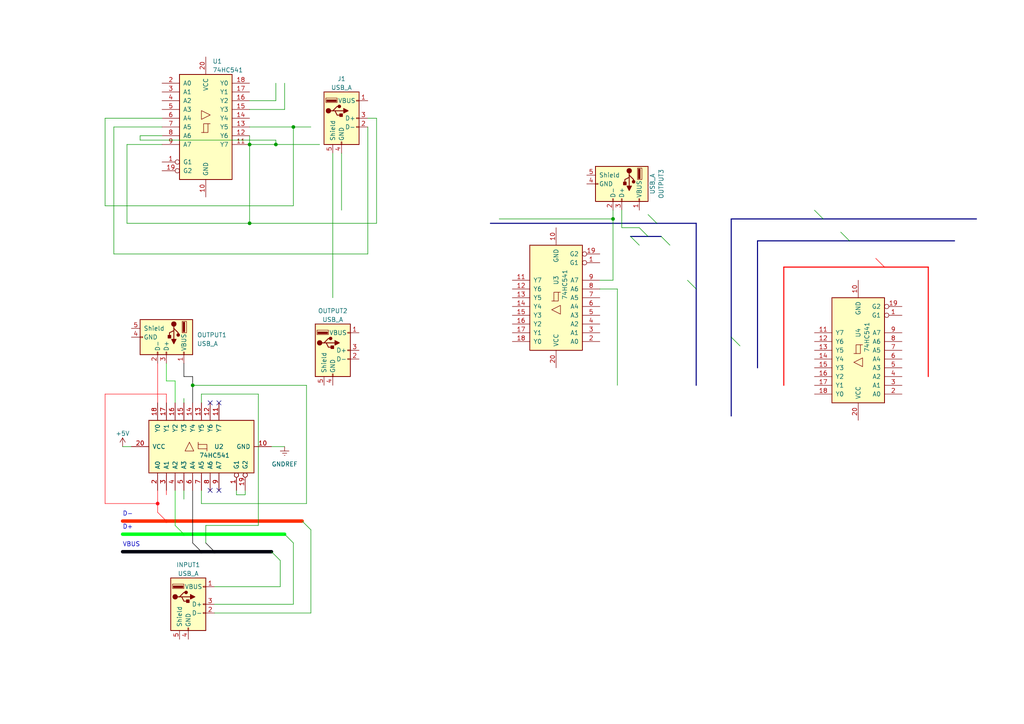
<source format=kicad_sch>
(kicad_sch (version 20230121) (generator eeschema)
  (paper "A4")
  (lib_symbols
    (symbol "74xx:74HCT541" (pin_names (offset 1.016))
      (property "Reference" "U" (at -7.62 16.51 0))
      (property "Value" "74HCT541" (at -7.62 -16.51 0))
      (symbol "74HCT541_1_0"
        (polyline (pts (xy -0.635 -1.6002) (xy -0.635 0.9398) (xy 0.635 0.9398)))
        (polyline (pts (xy -1.27 -1.6002) (xy 0.635 -1.6002) (xy 0.635 0.9398) (xy 1.27 0.9398)))
        (polyline (pts (xy 1.27 3.4798) (xy -1.27 4.7498) (xy -1.27 2.2098) (xy 1.27 3.4798)) (stroke (width 0.1524)))
        (pin input inverted (at -12.7 -10.16 0) (length 5.08) (name "G1") (number "1"))
        (pin power_in line (at 0 -20.32 90) (length 5.08) (name "GND") (number "10"))
        (pin tri_state line (at 12.7 -5.08 180) (length 5.08) (name "Y7") (number "11"))
        (pin tri_state line (at 12.7 -2.54 180) (length 5.08) (name "Y6") (number "12"))
        (pin tri_state line (at 12.7 0 180) (length 5.08) (name "Y5") (number "13"))
        (pin tri_state line (at 12.7 2.54 180) (length 5.08) (name "Y4") (number "14"))
        (pin tri_state line (at 12.7 5.08 180) (length 5.08) (name "Y3") (number "15"))
        (pin tri_state line (at 12.7 7.62 180) (length 5.08) (name "Y2") (number "16"))
        (pin tri_state line (at 12.7 10.16 180) (length 5.08) (name "Y1") (number "17"))
        (pin tri_state line (at 12.7 12.7 180) (length 5.08) (name "Y0") (number "18"))
        (pin input inverted (at -12.7 -12.7 0) (length 5.08) (name "G2") (number "19"))
        (pin input line (at -12.7 12.7 0) (length 5.08) (name "A0") (number "2"))
        (pin power_in line (at 0 20.32 270) (length 5.08) (name "VCC") (number "20"))
        (pin input line (at -12.7 10.16 0) (length 5.08) (name "A1") (number "3"))
        (pin input line (at -12.7 7.62 0) (length 5.08) (name "A2") (number "4"))
        (pin input line (at -12.7 5.08 0) (length 5.08) (name "A3") (number "5"))
        (pin input line (at -12.7 2.54 0) (length 5.08) (name "A4") (number "6"))
        (pin input line (at -12.7 0 0) (length 5.08) (name "A5") (number "7"))
        (pin input line (at -12.7 -2.54 0) (length 5.08) (name "A6") (number "8"))
        (pin input line (at -12.7 -5.08 0) (length 5.08) (name "A7") (number "9"))
      )
      (symbol "74HCT541_1_1"
        (rectangle (start -7.62 15.24) (end 7.62 -15.24) (stroke (width 0.254)) (fill (type background)))
      )
    )
    (symbol "Connector:USB_A" (pin_names (offset 1.016))
      (property "Reference" "J" (at -5.08 11.43 0))
      (property "Value" "USB_A" (at -5.08 8.89 0))
      (symbol "USB_A_0_1"
        (rectangle (start -5.08 -7.62) (end 5.08 7.62) (stroke (width 0.254)) (fill (type background)))
        (circle (center -3.81 2.159) (radius 0.635) (stroke (width 0.254)) (fill (type outline)))
        (rectangle (start -1.524 4.826) (end -4.318 5.334) (fill (type outline)))
        (rectangle (start -1.27 4.572) (end -4.572 5.842))
        (circle (center -0.635 3.429) (radius 0.381) (stroke (width 0.254)) (fill (type outline)))
        (rectangle (start -0.127 -7.62) (end 0.127 -6.858))
        (polyline (pts (xy -3.175 2.159) (xy -2.54 2.159) (xy -1.27 3.429) (xy -0.635 3.429)) (stroke (width 0.254)))
        (polyline (pts (xy -2.54 2.159) (xy -1.905 2.159) (xy -1.27 0.889) (xy 0 0.889)) (stroke (width 0.254)))
        (polyline (pts (xy 0.635 2.794) (xy 0.635 1.524) (xy 1.905 2.159) (xy 0.635 2.794)) (stroke (width 0.254)) (fill (type outline)))
        (rectangle (start 0.254 1.27) (end -0.508 0.508) (stroke (width 0.254)) (fill (type outline)))
        (rectangle (start 5.08 -2.667) (end 4.318 -2.413))
        (rectangle (start 5.08 -0.127) (end 4.318 0.127))
        (rectangle (start 5.08 4.953) (end 4.318 5.207))
      )
      (symbol "USB_A_1_1"
        (polyline (pts (xy -1.905 2.159) (xy 0.635 2.159)) (stroke (width 0.254)))
        (pin power_in line (at 7.62 5.08 180) (length 2.54) (name "VBUS") (number "1"))
        (pin bidirectional line (at 7.62 -2.54 180) (length 2.54) (name "D-") (number "2"))
        (pin bidirectional line (at 7.62 0 180) (length 2.54) (name "D+") (number "3"))
        (pin power_in line (at 0 -10.16 90) (length 2.54) (name "GND") (number "4"))
        (pin passive line (at -2.54 -10.16 90) (length 2.54) (name "Shield") (number "5"))
      )
    )
    (symbol "power:+5V" (power) (pin_names (offset 0))
      (property "Value" "+5V" (at 0 3.556 0))
      (symbol "+5V_0_1"
        (polyline (pts (xy -0.762 1.27) (xy 0 2.54)))
        (polyline (pts (xy 0 0) (xy 0 2.54)))
        (polyline (pts (xy 0 2.54) (xy 0.762 1.27)))
      )
      (symbol "+5V_1_1"
        (pin power_in line (at 0 0 90) (length 0) hide (name "+5V") (number "1"))
      )
    )
    (symbol "power:GNDREF" (power) (pin_names (offset 0))
      (property "Value" "GNDREF" (at 0 -3.81 0))
      (symbol "GNDREF_0_1"
        (polyline (pts (xy -0.635 -1.905) (xy 0.635 -1.905)))
        (polyline (pts (xy -0.127 -2.54) (xy 0.127 -2.54)))
        (polyline (pts (xy 0 -1.27) (xy 0 0)))
        (polyline (pts (xy 1.27 -1.27) (xy -1.27 -1.27)))
      )
      (symbol "GNDREF_1_1"
        (pin power_in line (at 0 0 270) (length 0) hide (name "GNDREF") (number "1"))
      )
    )
  )
  (junction (at 177.8 63.5))
  (junction (at 45.72 146.05) (color 255 12 21 1))
  (junction (at 72.39 64.77))
  (junction (at 80.01 41.91))
  (junction (at 85.09 36.83))
  (junction (at 72.39 41.91))
  (junction (at 55.88 111.76))
  (no_connect (at 63.5 116.84))
  (no_connect (at 60.96 116.84))
  (no_connect (at 63.5 142.24))
  (no_connect (at 60.96 142.24))
  (bus_entry (at 182.88 68.58) (size 2.54 2.54))
  (bus_entry (at 236.22 60.96) (size 2.54 2.54))
  (bus_entry (at 254 74.93) (size 2.54 2.54) (stroke (width 0) (color 255 0 0 1)))
  (bus_entry (at 191.77 68.58) (size 2.54 2.54))
  (bus_entry (at 187.96 62.23) (size 2.54 2.54))
  (bus_entry (at 59.69 157.48) (size 2.54 2.54) (stroke (width 0) (color 0 0 0 1)))
  (bus_entry (at 243.84 67.31) (size 2.54 2.54))
  (bus_entry (at 50.8 152.4) (size 2.54 2.54) (stroke (width 0) (color 0 194 0 1)))
  (bus_entry (at 185.42 66.04) (size 2.54 2.54))
  (bus_entry (at 45.72 148.59) (size 2.54 2.54) (stroke (width 0) (color 255 12 21 1)))
  (bus_entry (at 212.09 97.79) (size 2.54 2.54))
  (bus_entry (at 199.39 81.28) (size 2.54 2.54))
  (bus_entry (at 82.55 154.94) (size 2.54 2.54))
  (bus_entry (at 55.88 157.48) (size 2.54 2.54) (stroke (width 0) (color 0 0 0 1)))
  (bus_entry (at 87.63 151.13) (size 2.54 2.54))
  (bus_entry (at 78.74 160.02) (size 2.54 2.54))
  (bus (pts (xy 35.56 151.13) (xy 48.26 151.13)) (stroke (width 1) (color 255 39 0 1)))
  (wire (pts (xy 177.8 63.5) (xy 177.8 81.28)))
  (bus (pts (xy 246.38 69.85) (xy 219.71 69.85)))
  (wire (pts (xy 48.26 142.24) (xy 48.26 143.51)) (stroke (width 0) (color 255 12 21 1)))
  (wire (pts (xy 53.34 109.22) (xy 55.88 109.22)) (stroke (width 0) (color 0 0 0 1)))
  (wire (pts (xy 45.72 146.05) (xy 45.72 148.59)) (stroke (width 0) (color 255 12 21 1)))
  (wire (pts (xy 81.28 170.18) (xy 81.28 162.56)))
  (wire (pts (xy 80.01 29.21) (xy 72.39 29.21)))
  (wire (pts (xy 106.68 34.29) (xy 109.22 34.29)))
  (wire (pts (xy 177.8 60.96) (xy 177.8 63.5)))
  (bus (pts (xy 212.09 63.5) (xy 212.09 97.79)))
  (wire (pts (xy 53.34 116.84) (xy 53.34 115.57)))
  (wire (pts (xy 71.12 143.51) (xy 71.12 142.24)))
  (bus (pts (xy 269.24 77.47) (xy 269.24 109.22)) (stroke (width 0) (color 255 0 0 1)))
  (bus (pts (xy 283.21 63.5) (xy 238.76 63.5)))
  (wire (pts (xy 179.07 111.76) (xy 179.07 83.82)))
  (wire (pts (xy 58.42 146.05) (xy 58.42 142.24)))
  (bus (pts (xy 201.93 83.82) (xy 201.93 64.77)))
  (bus (pts (xy 269.24 77.47) (xy 256.54 77.47)) (stroke (width 0) (color 255 0 0 1)))
  (wire (pts (xy 53.34 105.41) (xy 53.34 109.22)) (stroke (width 0) (color 0 0 0 1)))
  (wire (pts (xy 33.02 36.83) (xy 46.99 36.83)))
  (wire (pts (xy 180.34 66.04) (xy 185.42 66.04)))
  (wire (pts (xy 40.64 40.64) (xy 40.64 39.37)))
  (wire (pts (xy 74.93 152.4) (xy 59.69 152.4)))
  (wire (pts (xy 33.02 73.66) (xy 33.02 36.83)))
  (wire (pts (xy 30.48 34.29) (xy 46.99 34.29)))
  (wire (pts (xy 62.23 175.26) (xy 85.09 175.26)))
  (wire (pts (xy 96.52 44.45) (xy 96.52 86.36)))
  (bus (pts (xy 227.33 77.47) (xy 227.33 111.76)) (stroke (width 0) (color 255 0 0 1)))
  (wire (pts (xy 36.83 41.91) (xy 46.99 41.91)))
  (bus (pts (xy 58.42 160.02) (xy 62.23 160.02)) (stroke (width 1) (color 1 3 13 1)))
  (wire (pts (xy 99.06 60.96) (xy 99.06 44.45)))
  (wire (pts (xy 55.88 157.48) (xy 55.88 142.24)) (stroke (width 0) (color 0 0 0 1)))
  (wire (pts (xy 55.88 109.22) (xy 55.88 111.76)) (stroke (width 0) (color 0 0 0 1)))
  (wire (pts (xy 80.01 41.91) (xy 92.71 41.91)))
  (wire (pts (xy 62.23 170.18) (xy 81.28 170.18)))
  (wire (pts (xy 53.34 144.78) (xy 53.34 142.24)))
  (wire (pts (xy 55.88 111.76) (xy 55.88 116.84)) (stroke (width 0) (color 0 0 0 1)))
  (wire (pts (xy 30.48 146.05) (xy 45.72 146.05)) (stroke (width 0) (color 255 12 21 1)))
  (wire (pts (xy 180.34 60.96) (xy 180.34 66.04)))
  (wire (pts (xy 85.09 36.83) (xy 85.09 59.69)))
  (wire (pts (xy 144.78 63.5) (xy 177.8 63.5)))
  (wire (pts (xy 55.88 111.76) (xy 88.9 111.76)))
  (wire (pts (xy 68.58 142.24) (xy 68.58 143.51)))
  (bus (pts (xy 201.93 64.77) (xy 190.5 64.77)))
  (wire (pts (xy 30.48 59.69) (xy 30.48 34.29)))
  (wire (pts (xy 109.22 64.77) (xy 72.39 64.77)))
  (wire (pts (xy 106.68 73.66) (xy 33.02 73.66)))
  (bus (pts (xy 238.76 63.5) (xy 212.09 63.5)))
  (bus (pts (xy 62.23 160.02) (xy 78.74 160.02)) (stroke (width 1) (color 1 3 13 1)))
  (wire (pts (xy 72.39 41.91) (xy 72.39 64.77)))
  (wire (pts (xy 68.58 143.51) (xy 71.12 143.51)))
  (wire (pts (xy 177.8 81.28) (xy 173.99 81.28)))
  (bus (pts (xy 53.34 154.94) (xy 82.55 154.94)) (stroke (width 1) (color 0 255 25 1)))
  (wire (pts (xy 36.83 64.77) (xy 36.83 41.91)))
  (wire (pts (xy 59.69 152.4) (xy 59.69 157.48)))
  (wire (pts (xy 80.01 24.13) (xy 80.01 29.21)))
  (wire (pts (xy 85.09 175.26) (xy 85.09 157.48)))
  (wire (pts (xy 88.9 111.76) (xy 88.9 146.05)))
  (wire (pts (xy 74.93 114.3) (xy 74.93 152.4)))
  (wire (pts (xy 85.09 36.83) (xy 90.17 36.83)))
  (wire (pts (xy 45.72 105.41) (xy 45.72 116.84)) (stroke (width 0) (color 255 12 21 1)))
  (wire (pts (xy 88.9 146.05) (xy 58.42 146.05)))
  (wire (pts (xy 30.48 114.3) (xy 30.48 146.05)) (stroke (width 0) (color 255 12 21 1)))
  (bus (pts (xy 182.88 68.58) (xy 187.96 68.58)))
  (wire (pts (xy 82.55 24.13) (xy 82.55 31.75)))
  (wire (pts (xy 48.26 114.3) (xy 30.48 114.3)) (stroke (width 0) (color 255 12 21 1)))
  (wire (pts (xy 85.09 59.69) (xy 30.48 59.69)))
  (wire (pts (xy 109.22 34.29) (xy 109.22 64.77)))
  (bus (pts (xy 190.5 64.77) (xy 142.24 64.77)))
  (wire (pts (xy 72.39 64.77) (xy 36.83 64.77)))
  (wire (pts (xy 80.01 41.91) (xy 80.01 40.64)))
  (wire (pts (xy 40.64 39.37) (xy 46.99 39.37)))
  (wire (pts (xy 50.8 142.24) (xy 50.8 152.4)) (stroke (width 0) (color 0 194 0 1)))
  (wire (pts (xy 50.8 110.49) (xy 50.8 116.84)) (stroke (width 0) (color 0 194 0 1)))
  (bus (pts (xy 35.56 160.02) (xy 58.42 160.02)) (stroke (width 1) (color 1 3 13 1)))
  (bus (pts (xy 212.09 97.79) (xy 212.09 120.65)))
  (wire (pts (xy 58.42 116.84) (xy 58.42 114.3)))
  (wire (pts (xy 62.23 177.8) (xy 90.17 177.8)))
  (wire (pts (xy 90.17 177.8) (xy 90.17 153.67)))
  (wire (pts (xy 58.42 114.3) (xy 74.93 114.3)))
  (bus (pts (xy 187.96 68.58) (xy 191.77 68.58)))
  (wire (pts (xy 35.56 129.54) (xy 38.1 129.54)))
  (bus (pts (xy 201.93 111.76) (xy 201.93 83.82)))
  (wire (pts (xy 82.55 31.75) (xy 72.39 31.75)))
  (bus (pts (xy 256.54 77.47) (xy 227.33 77.47)) (stroke (width 0) (color 255 0 0 1)))
  (wire (pts (xy 173.99 83.82) (xy 179.07 83.82)))
  (wire (pts (xy 45.72 142.24) (xy 45.72 146.05)) (stroke (width 0) (color 255 12 21 1)))
  (wire (pts (xy 48.26 116.84) (xy 48.26 114.3)) (stroke (width 0) (color 255 12 21 1)))
  (wire (pts (xy 72.39 39.37) (xy 72.39 41.91)))
  (wire (pts (xy 78.74 129.54) (xy 82.55 129.54)))
  (bus (pts (xy 48.26 151.13) (xy 87.63 151.13)) (stroke (width 1) (color 255 39 0 1)))
  (bus (pts (xy 219.71 69.85) (xy 219.71 106.68)))
  (bus (pts (xy 35.56 154.94) (xy 53.34 154.94)) (stroke (width 1) (color 0 255 25 1)))
  (wire (pts (xy 72.39 41.91) (xy 80.01 41.91)))
  (bus (pts (xy 276.86 69.85) (xy 246.38 69.85)))
  (wire (pts (xy 106.68 36.83) (xy 106.68 73.66)))
  (wire (pts (xy 48.26 105.41) (xy 48.26 110.49)) (stroke (width 0) (color 0 194 0 1)))
  (wire (pts (xy 48.26 110.49) (xy 50.8 110.49)) (stroke (width 0) (color 0 194 0 1)))
  (wire (pts (xy 80.01 40.64) (xy 40.64 40.64)))
  (wire (pts (xy 72.39 36.83) (xy 85.09 36.83)))
  (text "D-" (at 35.56 149.86 0) (effects (font (size 1.27 1.27)) (justify left bottom)))
  (text "D+" (at 35.56 153.67 0) (effects (font (size 1.27 1.27)) (justify left bottom)))
  (text "VBUS" (at 35.56 158.75 0) (effects (font (size 1.27 1.27)) (justify left bottom)))
  (symbol (lib_id "74xx:74HCT541") (at 58.42 129.54 90) (unit 1)
    (property "Reference" "U2" (at 63.5 129.54 90))
    (property "Value" "74HC541" (at 62.23 132.08 90))
    (property "Footprint" "Package_DIP:DIP-20_W7.62mm" (effects hide))
    (property "Datasheet" "http://www.ti.com/lit/gpn/sn74HCT541" (effects hide))
    (instances (project "KVM Project" (path "" (reference "U2") (unit 1)) (path "" (reference "U1") (unit 1))))
  )
  (symbol (lib_id "power:+5V") (at 35.56 129.54 0) (unit 1)
    (property "Reference" "#PWR03" (effects hide))
    (property "Value" "+5V" (at 35.56 125.73 0))
    (instances (project "KVM Project" (path "" (reference "#PWR03") (unit 1)) (path "" (reference "#PWR01") (unit 1))))
  )
  (symbol (lib_id "74xx:74HCT541") (at 59.69 36.83 0) (unit 1)
    (property "Reference" "U1" (at 61.6459 17.78 0) (effects (justify left)))
    (property "Value" "74HC541" (at 61.6459 20.32 0) (effects (justify left)))
    (property "Footprint" "Package_DIP:DIP-20_W7.62mm" (effects hide))
    (property "Datasheet" "http://www.ti.com/lit/gpn/sn74HCT541" (effects hide))
    (instances (project "KVM Project" (path "" (reference "U1") (unit 1)) (path "" (reference "U2") (unit 1))))
  )
  (symbol (lib_id "74xx:74HCT541") (at 248.92 101.6 180) (unit 1)
    (property "Reference" "U4" (at 248.92 96.52 90))
    (property "Value" "74HC541" (at 251.46 97.79 90))
    (property "Footprint" "Package_DIP:DIP-20_W7.62mm" (effects hide))
    (property "Datasheet" "http://www.ti.com/lit/gpn/sn74HCT541" (effects hide))
  )
  (symbol (lib_id "power:GNDREF") (at 82.55 129.54 0) (unit 1)
    (property "Reference" "#PWR02" (effects hide))
    (property "Value" "GNDREF" (at 82.55 134.62 0))
  )
  (symbol (lib_id "Connector:USB_A") (at 48.26 97.79 270) (unit 1)
    (property "Reference" "OUTPUT1" (at 57.15 97.155 90) (effects (justify left)))
    (property "Value" "USB_A" (at 57.15 99.695 90) (effects (justify left)))
    (property "Footprint" "Connector_USB:USB_A_CONNFLY_DS1095-WNR0" (effects hide))
    (property "Datasheet" " ~" (effects hide))
  )
  (symbol (lib_id "Connector:USB_A") (at 96.52 101.6 0) (unit 1)
    (property "Reference" "OUTPUT2" (at 96.52 90.17 0))
    (property "Value" "USB_A" (at 96.52 92.71 0))
    (property "Footprint" "Connector_USB:USB_A_CONNFLY_DS1095-WNR0" (effects hide))
    (property "Datasheet" " ~" (effects hide))
  )
  (symbol (lib_id "74xx:74HCT541") (at 161.29 86.36 180) (unit 1)
    (property "Reference" "U3" (at 161.29 81.28 90))
    (property "Value" "74HC541" (at 163.83 82.55 90))
    (property "Footprint" "Package_DIP:DIP-20_W7.62mm" (effects hide))
    (property "Datasheet" "http://www.ti.com/lit/gpn/sn74HCT541" (effects hide))
  )
  (symbol (lib_id "Connector:USB_A") (at 180.34 53.34 270) (unit 1)
    (property "Reference" "OUTPUT3" (at 191.77 53.34 0))
    (property "Value" "USB_A" (at 189.23 53.34 0))
    (property "Footprint" "Connector_USB:USB_A_CONNFLY_DS1095-WNR0" (effects hide))
    (property "Datasheet" " ~" (effects hide))
  )
  (symbol (lib_id "Connector:USB_A") (at 54.61 175.26 0) (unit 1)
    (property "Reference" "INPUT1" (at 54.61 163.83 0))
    (property "Value" "USB_A" (at 54.61 166.37 0))
    (property "Footprint" "Connector_USB:USB_A_CONNFLY_DS1095-WNR0" (effects hide))
    (property "Datasheet" " ~" (effects hide))
  )
  (symbol (lib_id "Connector:USB_A") (at 99.06 34.29 0) (unit 1)
    (property "Reference" "J1" (at 99.06 22.86 0))
    (property "Value" "USB_A" (at 99.06 25.4 0))
    (property "Footprint" "Connector_USB:USB_A_CONNFLY_DS1095-WNR0" (effects hide))
    (property "Datasheet" " ~" (effects hide))
  )
)
</source>
